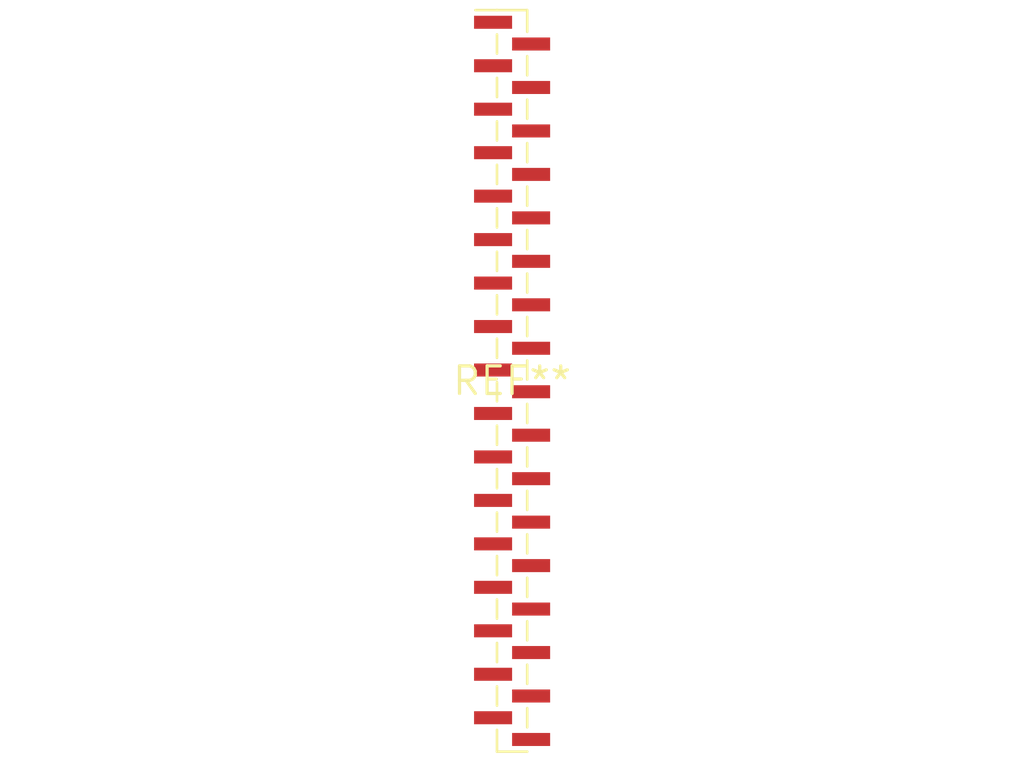
<source format=kicad_pcb>
(kicad_pcb (version 20240108) (generator pcbnew)
  (layers (0 "F.Cu" signal) (31 "B.Cu" signal) (34 "B.Paste" user) (35 "F.Paste" user) (36 "B.SilkS" user "B.Silkscreen") (37 "F.SilkS" user "F.Silkscreen") (38 "B.Mask" user) (39 "F.Mask" user) (44 "Edge.Cuts" user))
  (net 0 "")
  (footprint "PinHeader_1x34_P1.00mm_Vertical_SMD_Pin1Left" (layer "F.Cu") (at 0 0)
    (property "Reference" "REF**")
    (property "Value" "PinHeader_1x34_P1.00mm_Vertical_SMD_Pin1Left")
    (fp_line (start -0.695 -17.06) (end -1.69 -17.06) (layer "F.SilkS") (stroke (width 0.12)))
    (fp_line (start -0.695 -17.06) (end -0.695 -17.06) (layer "F.SilkS") (stroke (width 0.12)))
    (fp_line (start -0.695 -17.06) (end 0.695 -17.06) (layer "F.SilkS") (stroke (width 0.12)))
    (fp_line (start -0.695 -15.94) (end -0.695 -15.06) (layer "F.SilkS") (stroke (width 0.12)))
    (fp_line (start -0.695 -13.94) (end -0.695 -13.06) (layer "F.SilkS") (stroke (width 0.12)))
    (fp_line (start -0.695 -11.94) (end -0.695 -11.06) (layer "F.SilkS") (stroke (width 0.12)))
    (fp_line (start -0.695 -9.94) (end -0.695 -9.06) (layer "F.SilkS") (stroke (width 0.12)))
    (fp_line (start -0.695 -7.94) (end -0.695 -7.06) (layer "F.SilkS") (stroke (width 0.12)))
    (fp_line (start -0.695 -5.94) (end -0.695 -5.06) (layer "F.SilkS") (stroke (width 0.12)))
    (fp_line (start -0.695 -3.94) (end -0.695 -3.06) (layer "F.SilkS") (stroke (width 0.12)))
    (fp_line (start -0.695 -1.94) (end -0.695 -1.06) (layer "F.SilkS") (stroke (width 0.12)))
    (fp_line (start -0.695 0.06) (end -0.695 0.94) (layer "F.SilkS") (stroke (width 0.12)))
    (fp_line (start -0.695 2.06) (end -0.695 2.94) (layer "F.SilkS") (stroke (width 0.12)))
    (fp_line (start -0.695 4.06) (end -0.695 4.94) (layer "F.SilkS") (stroke (width 0.12)))
    (fp_line (start -0.695 6.06) (end -0.695 6.94) (layer "F.SilkS") (stroke (width 0.12)))
    (fp_line (start -0.695 8.06) (end -0.695 8.94) (layer "F.SilkS") (stroke (width 0.12)))
    (fp_line (start -0.695 10.06) (end -0.695 10.94) (layer "F.SilkS") (stroke (width 0.12)))
    (fp_line (start -0.695 12.06) (end -0.695 12.94) (layer "F.SilkS") (stroke (width 0.12)))
    (fp_line (start -0.695 14.06) (end -0.695 14.94) (layer "F.SilkS") (stroke (width 0.12)))
    (fp_line (start -0.695 16.06) (end -0.695 17.06) (layer "F.SilkS") (stroke (width 0.12)))
    (fp_line (start -0.695 17.06) (end 0.695 17.06) (layer "F.SilkS") (stroke (width 0.12)))
    (fp_line (start 0.695 -17.06) (end 0.695 -16.06) (layer "F.SilkS") (stroke (width 0.12)))
    (fp_line (start 0.695 -14.94) (end 0.695 -14.06) (layer "F.SilkS") (stroke (width 0.12)))
    (fp_line (start 0.695 -12.94) (end 0.695 -12.06) (layer "F.SilkS") (stroke (width 0.12)))
    (fp_line (start 0.695 -10.94) (end 0.695 -10.06) (layer "F.SilkS") (stroke (width 0.12)))
    (fp_line (start 0.695 -8.94) (end 0.695 -8.06) (layer "F.SilkS") (stroke (width 0.12)))
    (fp_line (start 0.695 -6.94) (end 0.695 -6.06) (layer "F.SilkS") (stroke (width 0.12)))
    (fp_line (start 0.695 -4.94) (end 0.695 -4.06) (layer "F.SilkS") (stroke (width 0.12)))
    (fp_line (start 0.695 -2.94) (end 0.695 -2.06) (layer "F.SilkS") (stroke (width 0.12)))
    (fp_line (start 0.695 -0.94) (end 0.695 -0.06) (layer "F.SilkS") (stroke (width 0.12)))
    (fp_line (start 0.695 1.06) (end 0.695 1.94) (layer "F.SilkS") (stroke (width 0.12)))
    (fp_line (start 0.695 3.06) (end 0.695 3.94) (layer "F.SilkS") (stroke (width 0.12)))
    (fp_line (start 0.695 5.06) (end 0.695 5.94) (layer "F.SilkS") (stroke (width 0.12)))
    (fp_line (start 0.695 7.06) (end 0.695 7.94) (layer "F.SilkS") (stroke (width 0.12)))
    (fp_line (start 0.695 9.06) (end 0.695 9.94) (layer "F.SilkS") (stroke (width 0.12)))
    (fp_line (start 0.695 11.06) (end 0.695 11.94) (layer "F.SilkS") (stroke (width 0.12)))
    (fp_line (start 0.695 13.06) (end 0.695 13.94) (layer "F.SilkS") (stroke (width 0.12)))
    (fp_line (start 0.695 15.06) (end 0.695 15.94) (layer "F.SilkS") (stroke (width 0.12)))
    (fp_line (start 0.695 17.06) (end 0.695 17.06) (layer "F.SilkS") (stroke (width 0.12)))
    (pad "1" smd rect (at -0.875 -16.5) (size 1.75 0.6) (layers "F.Cu" "F.Paste" "F.Mask"))
    (pad "2" smd rect (at 0.875 -15.5) (size 1.75 0.6) (layers "F.Cu" "F.Paste" "F.Mask"))
    (pad "3" smd rect (at -0.875 -14.5) (size 1.75 0.6) (layers "F.Cu" "F.Paste" "F.Mask"))
    (pad "4" smd rect (at 0.875 -13.5) (size 1.75 0.6) (layers "F.Cu" "F.Paste" "F.Mask"))
    (pad "5" smd rect (at -0.875 -12.5) (size 1.75 0.6) (layers "F.Cu" "F.Paste" "F.Mask"))
    (pad "6" smd rect (at 0.875 -11.5) (size 1.75 0.6) (layers "F.Cu" "F.Paste" "F.Mask"))
    (pad "7" smd rect (at -0.875 -10.5) (size 1.75 0.6) (layers "F.Cu" "F.Paste" "F.Mask"))
    (pad "8" smd rect (at 0.875 -9.5) (size 1.75 0.6) (layers "F.Cu" "F.Paste" "F.Mask"))
    (pad "9" smd rect (at -0.875 -8.5) (size 1.75 0.6) (layers "F.Cu" "F.Paste" "F.Mask"))
    (pad "10" smd rect (at 0.875 -7.5) (size 1.75 0.6) (layers "F.Cu" "F.Paste" "F.Mask"))
    (pad "11" smd rect (at -0.875 -6.5) (size 1.75 0.6) (layers "F.Cu" "F.Paste" "F.Mask"))
    (pad "12" smd rect (at 0.875 -5.5) (size 1.75 0.6) (layers "F.Cu" "F.Paste" "F.Mask"))
    (pad "13" smd rect (at -0.875 -4.5) (size 1.75 0.6) (layers "F.Cu" "F.Paste" "F.Mask"))
    (pad "14" smd rect (at 0.875 -3.5) (size 1.75 0.6) (layers "F.Cu" "F.Paste" "F.Mask"))
    (pad "15" smd rect (at -0.875 -2.5) (size 1.75 0.6) (layers "F.Cu" "F.Paste" "F.Mask"))
    (pad "16" smd rect (at 0.875 -1.5) (size 1.75 0.6) (layers "F.Cu" "F.Paste" "F.Mask"))
    (pad "17" smd rect (at -0.875 -0.5) (size 1.75 0.6) (layers "F.Cu" "F.Paste" "F.Mask"))
    (pad "18" smd rect (at 0.875 0.5) (size 1.75 0.6) (layers "F.Cu" "F.Paste" "F.Mask"))
    (pad "19" smd rect (at -0.875 1.5) (size 1.75 0.6) (layers "F.Cu" "F.Paste" "F.Mask"))
    (pad "20" smd rect (at 0.875 2.5) (size 1.75 0.6) (layers "F.Cu" "F.Paste" "F.Mask"))
    (pad "21" smd rect (at -0.875 3.5) (size 1.75 0.6) (layers "F.Cu" "F.Paste" "F.Mask"))
    (pad "22" smd rect (at 0.875 4.5) (size 1.75 0.6) (layers "F.Cu" "F.Paste" "F.Mask"))
    (pad "23" smd rect (at -0.875 5.5) (size 1.75 0.6) (layers "F.Cu" "F.Paste" "F.Mask"))
    (pad "24" smd rect (at 0.875 6.5) (size 1.75 0.6) (layers "F.Cu" "F.Paste" "F.Mask"))
    (pad "25" smd rect (at -0.875 7.5) (size 1.75 0.6) (layers "F.Cu" "F.Paste" "F.Mask"))
    (pad "26" smd rect (at 0.875 8.5) (size 1.75 0.6) (layers "F.Cu" "F.Paste" "F.Mask"))
    (pad "27" smd rect (at -0.875 9.5) (size 1.75 0.6) (layers "F.Cu" "F.Paste" "F.Mask"))
    (pad "28" smd rect (at 0.875 10.5) (size 1.75 0.6) (layers "F.Cu" "F.Paste" "F.Mask"))
    (pad "29" smd rect (at -0.875 11.5) (size 1.75 0.6) (layers "F.Cu" "F.Paste" "F.Mask"))
    (pad "30" smd rect (at 0.875 12.5) (size 1.75 0.6) (layers "F.Cu" "F.Paste" "F.Mask"))
    (pad "31" smd rect (at -0.875 13.5) (size 1.75 0.6) (layers "F.Cu" "F.Paste" "F.Mask"))
    (pad "32" smd rect (at 0.875 14.5) (size 1.75 0.6) (layers "F.Cu" "F.Paste" "F.Mask"))
    (pad "33" smd rect (at -0.875 15.5) (size 1.75 0.6) (layers "F.Cu" "F.Paste" "F.Mask"))
    (pad "34" smd rect (at 0.875 16.5) (size 1.75 0.6) (layers "F.Cu" "F.Paste" "F.Mask"))
  )
)
</source>
